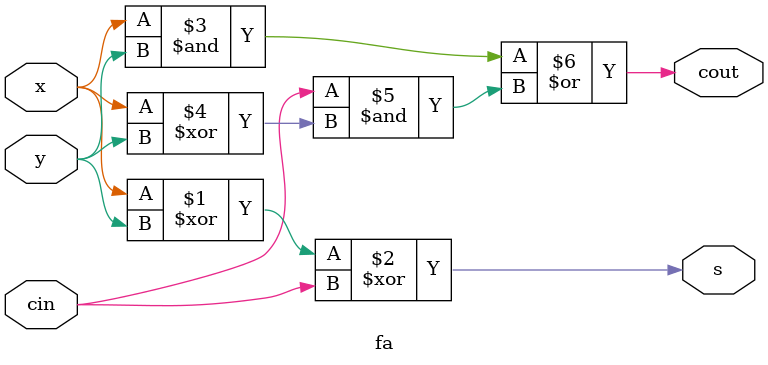
<source format=sv>

module fa (input logic x, y, cin, output logic cout, s);

  assign s = x ^ y ^ cin;
  assign cout = (x & y) | (cin & (x ^ y));

endmodule
</source>
